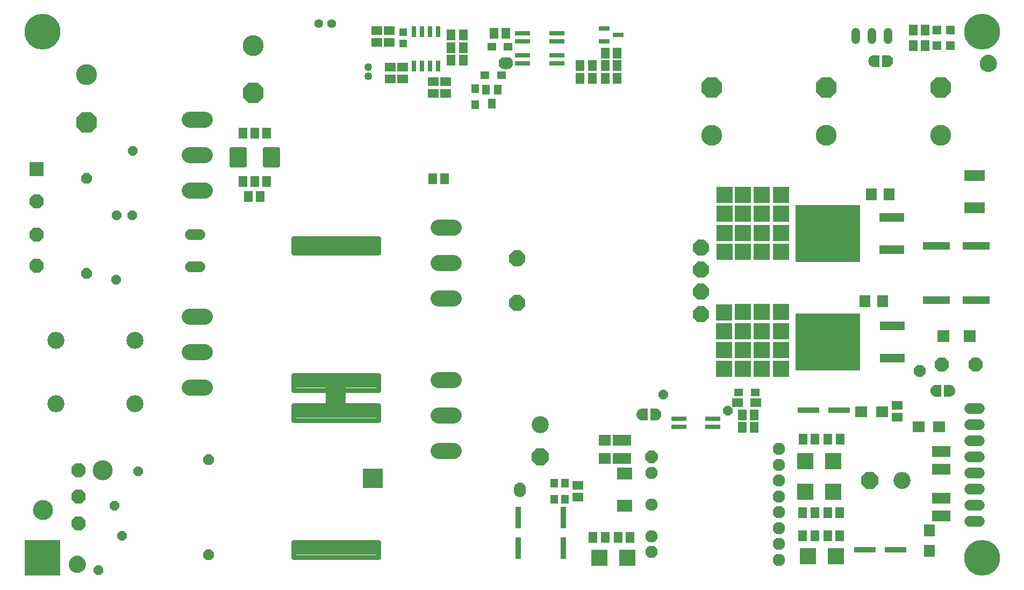
<source format=gts>
G75*
%MOIN*%
%OFA0B0*%
%FSLAX25Y25*%
%IPPOS*%
%LPD*%
%AMOC8*
5,1,8,0,0,1.08239X$1,22.5*
%
%ADD10C,0.10600*%
%ADD11OC8,0.06600*%
%ADD12OC8,0.08868*%
%ADD13C,0.12411*%
%ADD14OC8,0.06000*%
%ADD15R,0.08868X0.08868*%
%ADD16C,0.00500*%
%ADD17R,0.15167X0.05718*%
%ADD18R,0.40364X0.35639*%
%ADD19R,0.06899X0.07687*%
%ADD20C,0.12962*%
%ADD21OC8,0.12962*%
%ADD22OC8,0.07096*%
%ADD23R,0.05718X0.06506*%
%ADD24R,0.07490X0.06506*%
%ADD25R,0.10049X0.10049*%
%ADD26R,0.13400X0.03600*%
%ADD27R,0.06506X0.07490*%
%ADD28R,0.06506X0.05718*%
%ADD29R,0.09261X0.02962*%
%ADD30R,0.05324X0.05324*%
%ADD31R,0.11230X0.06899*%
%ADD32R,0.09261X0.07687*%
%ADD33R,0.06506X0.05324*%
%ADD34OC8,0.10600*%
%ADD35R,0.04537X0.05324*%
%ADD36C,0.07687*%
%ADD37OC8,0.07687*%
%ADD38R,0.07698X0.06899*%
%ADD39R,0.12600X0.06600*%
%ADD40R,0.16600X0.04900*%
%ADD41R,0.05600X0.06600*%
%ADD42C,0.02650*%
%ADD43R,0.05324X0.04537*%
%ADD44C,0.00100*%
%ADD45R,0.03600X0.13400*%
%ADD46C,0.06600*%
%ADD47R,0.07687X0.07293*%
%ADD48R,0.04537X0.04931*%
%ADD49R,0.04537X0.06112*%
%ADD50C,0.04931*%
%ADD51R,0.02962X0.06702*%
%ADD52C,0.05400*%
%ADD53C,0.09899*%
%ADD54C,0.03103*%
%ADD55OC8,0.09899*%
%ADD56R,0.06600X0.02800*%
%ADD57C,0.05600*%
%ADD58R,0.22254X0.22254*%
%ADD59C,0.22254*%
%ADD60R,0.04562X0.04562*%
D10*
X0051763Y0122506D03*
X0100975Y0122506D03*
X0100975Y0161876D03*
X0051763Y0161876D03*
X0352227Y0109343D03*
X0576727Y0074843D03*
D11*
X0146735Y0087694D03*
X0146735Y0028694D03*
X0070769Y0203491D03*
X0070769Y0262491D03*
D12*
X0039963Y0248020D03*
X0039963Y0227520D03*
X0039963Y0208020D03*
X0065771Y0081183D03*
X0065771Y0064648D03*
X0065771Y0048112D03*
X0601097Y0146843D03*
X0622357Y0146843D03*
D13*
X0080928Y0081183D03*
X0043920Y0056380D03*
D14*
X0088278Y0059085D03*
X0092926Y0040350D03*
X0078278Y0019085D03*
X0102926Y0080350D03*
X0089227Y0199593D03*
X0089477Y0239593D03*
X0099227Y0239593D03*
X0099477Y0279593D03*
X0428727Y0128093D03*
X0468727Y0118093D03*
D15*
X0039963Y0268020D03*
D16*
X0064292Y0027609D02*
X0063450Y0027384D01*
X0062660Y0027015D01*
X0061946Y0026515D01*
X0061330Y0025899D01*
X0060830Y0025185D01*
X0060462Y0024395D01*
X0060236Y0023553D01*
X0060160Y0022685D01*
X0060236Y0021817D01*
X0060462Y0020975D01*
X0060830Y0020185D01*
X0061330Y0019471D01*
X0061946Y0018855D01*
X0062660Y0018355D01*
X0063450Y0017987D01*
X0064292Y0017761D01*
X0065160Y0017685D01*
X0066028Y0017761D01*
X0066870Y0017987D01*
X0067660Y0018355D01*
X0068374Y0018855D01*
X0068990Y0019471D01*
X0069490Y0020185D01*
X0069859Y0020975D01*
X0070084Y0021817D01*
X0070160Y0022685D01*
X0070084Y0023553D01*
X0069859Y0024395D01*
X0069490Y0025185D01*
X0068990Y0025899D01*
X0068374Y0026515D01*
X0067660Y0027015D01*
X0066870Y0027384D01*
X0066028Y0027609D01*
X0065160Y0027685D01*
X0064292Y0027609D01*
X0063270Y0027299D02*
X0067051Y0027299D01*
X0067966Y0026801D02*
X0062354Y0026801D01*
X0061733Y0026302D02*
X0068587Y0026302D01*
X0069057Y0025804D02*
X0061263Y0025804D01*
X0060914Y0025305D02*
X0069406Y0025305D01*
X0069667Y0024807D02*
X0060654Y0024807D01*
X0060438Y0024308D02*
X0069882Y0024308D01*
X0070015Y0023810D02*
X0060305Y0023810D01*
X0060215Y0023311D02*
X0070105Y0023311D01*
X0070149Y0022813D02*
X0060171Y0022813D01*
X0060193Y0022314D02*
X0070128Y0022314D01*
X0070084Y0021816D02*
X0060236Y0021816D01*
X0060370Y0021317D02*
X0069950Y0021317D01*
X0069786Y0020819D02*
X0060534Y0020819D01*
X0060767Y0020320D02*
X0069553Y0020320D01*
X0069236Y0019822D02*
X0061084Y0019822D01*
X0061478Y0019323D02*
X0068842Y0019323D01*
X0068331Y0018825D02*
X0061989Y0018825D01*
X0062722Y0018326D02*
X0067598Y0018326D01*
X0066277Y0017828D02*
X0064043Y0017828D01*
X0625791Y0331209D02*
X0625422Y0331999D01*
X0625197Y0332840D01*
X0625121Y0333709D01*
X0625197Y0334577D01*
X0625422Y0335419D01*
X0625791Y0336209D01*
X0626291Y0336923D01*
X0626907Y0337539D01*
X0627621Y0338039D01*
X0628411Y0338407D01*
X0629252Y0338633D01*
X0630121Y0338709D01*
X0630989Y0338633D01*
X0631831Y0338407D01*
X0632621Y0338039D01*
X0633335Y0337539D01*
X0633951Y0336923D01*
X0634451Y0336209D01*
X0634819Y0335419D01*
X0635045Y0334577D01*
X0635121Y0333709D01*
X0635045Y0332840D01*
X0634819Y0331999D01*
X0634451Y0331209D01*
X0633951Y0330495D01*
X0633335Y0329878D01*
X0632621Y0329379D01*
X0631831Y0329010D01*
X0630989Y0328785D01*
X0630121Y0328709D01*
X0629252Y0328785D01*
X0628411Y0329010D01*
X0627621Y0329379D01*
X0626907Y0329878D01*
X0626291Y0330495D01*
X0625791Y0331209D01*
X0625705Y0331391D02*
X0634536Y0331391D01*
X0634768Y0331890D02*
X0625473Y0331890D01*
X0625318Y0332388D02*
X0634924Y0332388D01*
X0635049Y0332887D02*
X0625193Y0332887D01*
X0625149Y0333385D02*
X0635092Y0333385D01*
X0635105Y0333884D02*
X0625136Y0333884D01*
X0625180Y0334382D02*
X0635062Y0334382D01*
X0634963Y0334881D02*
X0625278Y0334881D01*
X0625412Y0335379D02*
X0634830Y0335379D01*
X0634605Y0335878D02*
X0625636Y0335878D01*
X0625908Y0336376D02*
X0634333Y0336376D01*
X0633984Y0336875D02*
X0626257Y0336875D01*
X0626741Y0337373D02*
X0633500Y0337373D01*
X0632859Y0337872D02*
X0627382Y0337872D01*
X0628332Y0338370D02*
X0631910Y0338370D01*
X0634230Y0330893D02*
X0626012Y0330893D01*
X0626391Y0330394D02*
X0633850Y0330394D01*
X0633352Y0329896D02*
X0626890Y0329896D01*
X0627594Y0329397D02*
X0632647Y0329397D01*
X0631415Y0328899D02*
X0628827Y0328899D01*
D17*
X0570211Y0238093D03*
X0570211Y0218093D03*
X0570461Y0170843D03*
X0570461Y0150843D03*
D18*
X0530698Y0160843D03*
X0530448Y0228093D03*
D19*
X0557465Y0252343D03*
X0568489Y0252343D03*
X0564739Y0186093D03*
X0553715Y0186093D03*
D20*
X0529477Y0289079D03*
X0458477Y0289079D03*
X0600477Y0289079D03*
X0174227Y0344856D03*
X0070977Y0326606D03*
D21*
X0070977Y0297079D03*
X0174227Y0315329D03*
X0458477Y0318606D03*
X0529477Y0318606D03*
X0600477Y0318606D03*
D22*
X0587477Y0142843D03*
D23*
X0538217Y0100593D03*
X0530737Y0100593D03*
X0522717Y0100593D03*
X0515237Y0100593D03*
X0484967Y0107843D03*
X0477487Y0107843D03*
X0477487Y0115593D03*
X0484967Y0115593D03*
X0514987Y0054843D03*
X0522467Y0054843D03*
X0530487Y0054843D03*
X0537967Y0054843D03*
X0537967Y0040343D03*
X0530487Y0040343D03*
X0522467Y0040343D03*
X0514987Y0040343D03*
X0407967Y0039343D03*
X0400487Y0039343D03*
X0392467Y0039343D03*
X0384987Y0039343D03*
X0178717Y0251193D03*
X0171237Y0251193D03*
X0285487Y0262093D03*
X0292967Y0262093D03*
X0376987Y0324593D03*
X0384467Y0324593D03*
X0384467Y0332343D03*
X0376987Y0332343D03*
X0392487Y0332343D03*
X0399967Y0332343D03*
X0399967Y0340093D03*
X0392487Y0340093D03*
X0392487Y0324593D03*
X0399967Y0324593D03*
X0330967Y0352343D03*
X0323487Y0352343D03*
X0304467Y0351343D03*
X0296987Y0351343D03*
X0296987Y0343593D03*
X0304467Y0343593D03*
X0304467Y0335843D03*
X0296987Y0335843D03*
X0583487Y0344843D03*
X0590967Y0344843D03*
X0590967Y0354593D03*
X0583487Y0354593D03*
D24*
X0564125Y0117343D03*
X0551325Y0117343D03*
X0586825Y0108093D03*
X0599625Y0108093D03*
D25*
X0533888Y0086843D03*
X0516566Y0086843D03*
X0516566Y0067843D03*
X0533888Y0067843D03*
X0535638Y0027843D03*
X0518316Y0027843D03*
X0406388Y0026843D03*
X0389066Y0026843D03*
X0466227Y0144093D03*
X0477977Y0144093D03*
X0489727Y0144093D03*
X0501477Y0144093D03*
X0501477Y0155843D03*
X0489727Y0155843D03*
X0477977Y0155843D03*
X0466227Y0155843D03*
X0466227Y0167593D03*
X0477977Y0167593D03*
X0489727Y0167593D03*
X0501477Y0167593D03*
X0501477Y0179343D03*
X0489727Y0179343D03*
X0477977Y0179343D03*
X0466227Y0179093D03*
X0466477Y0216843D03*
X0477977Y0216843D03*
X0489727Y0216843D03*
X0501477Y0216843D03*
X0501477Y0228593D03*
X0489727Y0228593D03*
X0477977Y0228593D03*
X0466477Y0228593D03*
X0466477Y0240343D03*
X0477977Y0240343D03*
X0489727Y0240343D03*
X0501477Y0240343D03*
X0501477Y0252093D03*
X0489727Y0252093D03*
X0477977Y0252093D03*
X0466477Y0252093D03*
D26*
X0518727Y0118593D03*
X0537727Y0118593D03*
X0553477Y0031843D03*
X0572477Y0031843D03*
D27*
X0593477Y0030941D03*
X0593477Y0043740D03*
D28*
X0573727Y0114102D03*
X0573727Y0121583D03*
X0375727Y0071833D03*
X0375727Y0064352D03*
X0293727Y0315102D03*
X0285977Y0315102D03*
X0285977Y0322583D03*
X0293727Y0322583D03*
X0266977Y0324102D03*
X0259227Y0324102D03*
X0259227Y0331583D03*
X0266977Y0331583D03*
X0258727Y0346602D03*
X0250977Y0346602D03*
X0250977Y0354083D03*
X0258727Y0354083D03*
D29*
X0341347Y0352343D03*
X0341347Y0347343D03*
X0341347Y0338843D03*
X0341347Y0333843D03*
X0362607Y0333843D03*
X0362607Y0338843D03*
X0362607Y0347343D03*
X0362607Y0352343D03*
X0438097Y0113093D03*
X0438097Y0108093D03*
X0459357Y0108093D03*
X0459357Y0113093D03*
D30*
X0598343Y0344843D03*
X0606611Y0344843D03*
X0606611Y0354593D03*
X0598343Y0354593D03*
D31*
X0402977Y0099604D03*
X0402977Y0088581D03*
X0600977Y0092854D03*
X0600977Y0081831D03*
X0600977Y0063854D03*
X0600977Y0052831D03*
D32*
X0404477Y0059053D03*
X0404477Y0079132D03*
D33*
X0474518Y0123093D03*
X0485936Y0123093D03*
D34*
X0556727Y0074843D03*
X0352227Y0089343D03*
D35*
X0360977Y0073211D03*
X0367727Y0073211D03*
X0367727Y0062974D03*
X0360977Y0062974D03*
X0311977Y0307974D03*
X0311977Y0318211D03*
D36*
X0500097Y0094341D03*
X0500097Y0084499D03*
X0500097Y0074656D03*
X0500097Y0064814D03*
X0500097Y0054971D03*
X0500097Y0045129D03*
X0500097Y0035286D03*
X0500097Y0025444D03*
X0421357Y0030365D03*
X0421357Y0040207D03*
X0421357Y0059893D03*
X0421357Y0079578D03*
D37*
X0421357Y0089420D03*
D38*
X0392227Y0088494D03*
X0392227Y0099691D03*
D39*
X0621727Y0244193D03*
X0621727Y0263993D03*
D40*
X0622527Y0220343D03*
X0597927Y0220343D03*
X0597927Y0186843D03*
X0622527Y0186843D03*
D41*
X0182527Y0260343D03*
X0175227Y0260343D03*
X0167927Y0260343D03*
X0167927Y0290343D03*
X0175227Y0290343D03*
X0182527Y0290343D03*
D42*
X0181552Y0270368D02*
X0189502Y0270368D01*
X0181552Y0270368D02*
X0181552Y0280318D01*
X0189502Y0280318D01*
X0189502Y0270368D01*
X0189502Y0273017D02*
X0181552Y0273017D01*
X0181552Y0275666D02*
X0189502Y0275666D01*
X0189502Y0278315D02*
X0181552Y0278315D01*
X0168902Y0270368D02*
X0160952Y0270368D01*
X0160952Y0280318D01*
X0168902Y0280318D01*
X0168902Y0270368D01*
X0168902Y0273017D02*
X0160952Y0273017D01*
X0160952Y0275666D02*
X0168902Y0275666D01*
X0168902Y0278315D02*
X0160952Y0278315D01*
D43*
X0317859Y0326593D03*
X0328095Y0326593D03*
X0332345Y0344093D03*
X0322109Y0344093D03*
X0475359Y0129593D03*
X0485595Y0129593D03*
D44*
X0426910Y0116525D02*
X0426711Y0117182D01*
X0426387Y0117787D01*
X0425952Y0118317D01*
X0425422Y0118753D01*
X0424816Y0119076D01*
X0424160Y0119275D01*
X0423477Y0119343D01*
X0420477Y0119343D01*
X0420477Y0112343D01*
X0423477Y0112343D01*
X0424160Y0112410D01*
X0424816Y0112609D01*
X0425422Y0112932D01*
X0425952Y0113368D01*
X0426387Y0113898D01*
X0426711Y0114503D01*
X0426910Y0115160D01*
X0426977Y0115843D01*
X0426910Y0116525D01*
X0426915Y0116476D02*
X0420477Y0116476D01*
X0420477Y0116378D02*
X0426924Y0116378D01*
X0426934Y0116279D02*
X0420477Y0116279D01*
X0420477Y0116181D02*
X0426944Y0116181D01*
X0426953Y0116082D02*
X0420477Y0116082D01*
X0420477Y0115984D02*
X0426963Y0115984D01*
X0426973Y0115885D02*
X0420477Y0115885D01*
X0420477Y0115787D02*
X0426972Y0115787D01*
X0426962Y0115688D02*
X0420477Y0115688D01*
X0420477Y0115590D02*
X0426952Y0115590D01*
X0426942Y0115491D02*
X0420477Y0115491D01*
X0420477Y0115393D02*
X0426933Y0115393D01*
X0426923Y0115294D02*
X0420477Y0115294D01*
X0420477Y0115196D02*
X0426913Y0115196D01*
X0426891Y0115097D02*
X0420477Y0115097D01*
X0420477Y0114999D02*
X0426861Y0114999D01*
X0426831Y0114900D02*
X0420477Y0114900D01*
X0420477Y0114802D02*
X0426801Y0114802D01*
X0426771Y0114703D02*
X0420477Y0114703D01*
X0420477Y0114605D02*
X0426741Y0114605D01*
X0426712Y0114506D02*
X0420477Y0114506D01*
X0420477Y0114408D02*
X0426660Y0114408D01*
X0426607Y0114309D02*
X0420477Y0114309D01*
X0420477Y0114211D02*
X0426554Y0114211D01*
X0426502Y0114112D02*
X0420477Y0114112D01*
X0420477Y0114014D02*
X0426449Y0114014D01*
X0426396Y0113915D02*
X0420477Y0113915D01*
X0420477Y0113817D02*
X0426320Y0113817D01*
X0426240Y0113718D02*
X0420477Y0113718D01*
X0420477Y0113620D02*
X0426159Y0113620D01*
X0426078Y0113521D02*
X0420477Y0113521D01*
X0420477Y0113423D02*
X0425997Y0113423D01*
X0425899Y0113324D02*
X0420477Y0113324D01*
X0420477Y0113226D02*
X0425779Y0113226D01*
X0425659Y0113127D02*
X0420477Y0113127D01*
X0420477Y0113029D02*
X0425539Y0113029D01*
X0425417Y0112930D02*
X0420477Y0112930D01*
X0420477Y0112832D02*
X0425233Y0112832D01*
X0425048Y0112733D02*
X0420477Y0112733D01*
X0420477Y0112634D02*
X0424864Y0112634D01*
X0424576Y0112536D02*
X0420477Y0112536D01*
X0420477Y0112437D02*
X0424251Y0112437D01*
X0426895Y0116575D02*
X0420477Y0116575D01*
X0420477Y0116673D02*
X0426865Y0116673D01*
X0426835Y0116772D02*
X0420477Y0116772D01*
X0420477Y0116870D02*
X0426805Y0116870D01*
X0426775Y0116969D02*
X0420477Y0116969D01*
X0420477Y0117067D02*
X0426745Y0117067D01*
X0426715Y0117166D02*
X0420477Y0117166D01*
X0420477Y0117265D02*
X0426666Y0117265D01*
X0426614Y0117363D02*
X0420477Y0117363D01*
X0420477Y0117462D02*
X0426561Y0117462D01*
X0426508Y0117560D02*
X0420477Y0117560D01*
X0420477Y0117659D02*
X0426456Y0117659D01*
X0426403Y0117757D02*
X0420477Y0117757D01*
X0420477Y0117856D02*
X0426331Y0117856D01*
X0426250Y0117954D02*
X0420477Y0117954D01*
X0420477Y0118053D02*
X0426169Y0118053D01*
X0426088Y0118151D02*
X0420477Y0118151D01*
X0420477Y0118250D02*
X0426008Y0118250D01*
X0425914Y0118348D02*
X0420477Y0118348D01*
X0420477Y0118447D02*
X0425794Y0118447D01*
X0425674Y0118545D02*
X0420477Y0118545D01*
X0420477Y0118644D02*
X0425554Y0118644D01*
X0425434Y0118742D02*
X0420477Y0118742D01*
X0420477Y0118841D02*
X0425257Y0118841D01*
X0425073Y0118939D02*
X0420477Y0118939D01*
X0420477Y0119038D02*
X0424888Y0119038D01*
X0424618Y0119136D02*
X0420477Y0119136D01*
X0420477Y0119235D02*
X0424293Y0119235D01*
X0423571Y0119333D02*
X0420477Y0119333D01*
X0418477Y0119333D02*
X0415383Y0119333D01*
X0415477Y0119343D02*
X0414794Y0119275D01*
X0414138Y0119076D01*
X0413533Y0118753D01*
X0413002Y0118317D01*
X0412567Y0117787D01*
X0412243Y0117182D01*
X0412044Y0116525D01*
X0411977Y0115843D01*
X0412044Y0115160D01*
X0412243Y0114503D01*
X0412567Y0113898D01*
X0413002Y0113368D01*
X0413533Y0112932D01*
X0414138Y0112609D01*
X0414794Y0112410D01*
X0415477Y0112343D01*
X0418477Y0112343D01*
X0418477Y0119343D01*
X0415477Y0119343D01*
X0414661Y0119235D02*
X0418477Y0119235D01*
X0418477Y0119136D02*
X0414336Y0119136D01*
X0414066Y0119038D02*
X0418477Y0119038D01*
X0418477Y0118939D02*
X0413882Y0118939D01*
X0413697Y0118841D02*
X0418477Y0118841D01*
X0418477Y0118742D02*
X0413520Y0118742D01*
X0413400Y0118644D02*
X0418477Y0118644D01*
X0418477Y0118545D02*
X0413280Y0118545D01*
X0413160Y0118447D02*
X0418477Y0118447D01*
X0418477Y0118348D02*
X0413040Y0118348D01*
X0412947Y0118250D02*
X0418477Y0118250D01*
X0418477Y0118151D02*
X0412866Y0118151D01*
X0412785Y0118053D02*
X0418477Y0118053D01*
X0418477Y0117954D02*
X0412704Y0117954D01*
X0412623Y0117856D02*
X0418477Y0117856D01*
X0418477Y0117757D02*
X0412551Y0117757D01*
X0412498Y0117659D02*
X0418477Y0117659D01*
X0418477Y0117560D02*
X0412446Y0117560D01*
X0412393Y0117462D02*
X0418477Y0117462D01*
X0418477Y0117363D02*
X0412340Y0117363D01*
X0412288Y0117265D02*
X0418477Y0117265D01*
X0418477Y0117166D02*
X0412239Y0117166D01*
X0412209Y0117067D02*
X0418477Y0117067D01*
X0418477Y0116969D02*
X0412179Y0116969D01*
X0412149Y0116870D02*
X0418477Y0116870D01*
X0418477Y0116772D02*
X0412119Y0116772D01*
X0412089Y0116673D02*
X0418477Y0116673D01*
X0418477Y0116575D02*
X0412059Y0116575D01*
X0412039Y0116476D02*
X0418477Y0116476D01*
X0418477Y0116378D02*
X0412030Y0116378D01*
X0412020Y0116279D02*
X0418477Y0116279D01*
X0418477Y0116181D02*
X0412010Y0116181D01*
X0412001Y0116082D02*
X0418477Y0116082D01*
X0418477Y0115984D02*
X0411991Y0115984D01*
X0411981Y0115885D02*
X0418477Y0115885D01*
X0418477Y0115787D02*
X0411983Y0115787D01*
X0411992Y0115688D02*
X0418477Y0115688D01*
X0418477Y0115590D02*
X0412002Y0115590D01*
X0412012Y0115491D02*
X0418477Y0115491D01*
X0418477Y0115393D02*
X0412021Y0115393D01*
X0412031Y0115294D02*
X0418477Y0115294D01*
X0418477Y0115196D02*
X0412041Y0115196D01*
X0412063Y0115097D02*
X0418477Y0115097D01*
X0418477Y0114999D02*
X0412093Y0114999D01*
X0412123Y0114900D02*
X0418477Y0114900D01*
X0418477Y0114802D02*
X0412153Y0114802D01*
X0412183Y0114703D02*
X0418477Y0114703D01*
X0418477Y0114605D02*
X0412213Y0114605D01*
X0412243Y0114506D02*
X0418477Y0114506D01*
X0418477Y0114408D02*
X0412294Y0114408D01*
X0412347Y0114309D02*
X0418477Y0114309D01*
X0418477Y0114211D02*
X0412400Y0114211D01*
X0412452Y0114112D02*
X0418477Y0114112D01*
X0418477Y0114014D02*
X0412505Y0114014D01*
X0412558Y0113915D02*
X0418477Y0113915D01*
X0418477Y0113817D02*
X0412634Y0113817D01*
X0412715Y0113718D02*
X0418477Y0113718D01*
X0418477Y0113620D02*
X0412795Y0113620D01*
X0412876Y0113521D02*
X0418477Y0113521D01*
X0418477Y0113423D02*
X0412957Y0113423D01*
X0413055Y0113324D02*
X0418477Y0113324D01*
X0418477Y0113226D02*
X0413175Y0113226D01*
X0413295Y0113127D02*
X0418477Y0113127D01*
X0418477Y0113029D02*
X0413415Y0113029D01*
X0413537Y0112930D02*
X0418477Y0112930D01*
X0418477Y0112832D02*
X0413721Y0112832D01*
X0413906Y0112733D02*
X0418477Y0112733D01*
X0418477Y0112634D02*
X0414090Y0112634D01*
X0414378Y0112536D02*
X0418477Y0112536D01*
X0418477Y0112437D02*
X0414703Y0112437D01*
X0342387Y0071787D02*
X0342711Y0071182D01*
X0342910Y0070525D01*
X0342977Y0069843D01*
X0342977Y0069093D01*
X0335977Y0069093D01*
X0335977Y0069843D01*
X0336044Y0070525D01*
X0336243Y0071182D01*
X0336567Y0071787D01*
X0337002Y0072317D01*
X0337533Y0072753D01*
X0338138Y0073076D01*
X0338794Y0073275D01*
X0339477Y0073343D01*
X0340160Y0073275D01*
X0340816Y0073076D01*
X0341422Y0072753D01*
X0341952Y0072317D01*
X0342387Y0071787D01*
X0342406Y0071752D02*
X0336548Y0071752D01*
X0336496Y0071654D02*
X0342458Y0071654D01*
X0342511Y0071555D02*
X0336443Y0071555D01*
X0336390Y0071457D02*
X0342564Y0071457D01*
X0342616Y0071358D02*
X0336338Y0071358D01*
X0336285Y0071260D02*
X0342669Y0071260D01*
X0342717Y0071161D02*
X0336237Y0071161D01*
X0336207Y0071063D02*
X0342747Y0071063D01*
X0342777Y0070964D02*
X0336177Y0070964D01*
X0336148Y0070866D02*
X0342807Y0070866D01*
X0342836Y0070767D02*
X0336118Y0070767D01*
X0336088Y0070669D02*
X0342866Y0070669D01*
X0342896Y0070570D02*
X0336058Y0070570D01*
X0336039Y0070472D02*
X0342915Y0070472D01*
X0342925Y0070373D02*
X0336029Y0070373D01*
X0336020Y0070275D02*
X0342934Y0070275D01*
X0342944Y0070176D02*
X0336010Y0070176D01*
X0336000Y0070078D02*
X0342954Y0070078D01*
X0342964Y0069979D02*
X0335990Y0069979D01*
X0335981Y0069881D02*
X0342973Y0069881D01*
X0342977Y0069782D02*
X0335977Y0069782D01*
X0335977Y0069684D02*
X0342977Y0069684D01*
X0342977Y0069585D02*
X0335977Y0069585D01*
X0335977Y0069487D02*
X0342977Y0069487D01*
X0342977Y0069388D02*
X0335977Y0069388D01*
X0335977Y0069290D02*
X0342977Y0069290D01*
X0342977Y0069191D02*
X0335977Y0069191D01*
X0335977Y0069093D02*
X0342977Y0069093D01*
X0342977Y0068343D01*
X0342910Y0067660D01*
X0342711Y0067003D01*
X0342387Y0066398D01*
X0341952Y0065868D01*
X0341422Y0065432D01*
X0340816Y0065109D01*
X0340160Y0064910D01*
X0339477Y0064843D01*
X0338794Y0064910D01*
X0338138Y0065109D01*
X0337533Y0065432D01*
X0337002Y0065868D01*
X0336567Y0066398D01*
X0336243Y0067003D01*
X0336044Y0067660D01*
X0335977Y0068343D01*
X0335977Y0069093D01*
X0335977Y0069092D02*
X0342977Y0069092D01*
X0342977Y0068994D02*
X0335977Y0068994D01*
X0335977Y0068895D02*
X0342977Y0068895D01*
X0342977Y0068797D02*
X0335977Y0068797D01*
X0335977Y0068698D02*
X0342977Y0068698D01*
X0342977Y0068600D02*
X0335977Y0068600D01*
X0335977Y0068501D02*
X0342977Y0068501D01*
X0342977Y0068403D02*
X0335977Y0068403D01*
X0335981Y0068304D02*
X0342973Y0068304D01*
X0342964Y0068206D02*
X0335990Y0068206D01*
X0336000Y0068107D02*
X0342954Y0068107D01*
X0342944Y0068009D02*
X0336010Y0068009D01*
X0336020Y0067910D02*
X0342934Y0067910D01*
X0342925Y0067812D02*
X0336029Y0067812D01*
X0336039Y0067713D02*
X0342915Y0067713D01*
X0342896Y0067615D02*
X0336058Y0067615D01*
X0336088Y0067516D02*
X0342866Y0067516D01*
X0342836Y0067418D02*
X0336118Y0067418D01*
X0336148Y0067319D02*
X0342807Y0067319D01*
X0342777Y0067221D02*
X0336177Y0067221D01*
X0336207Y0067122D02*
X0342747Y0067122D01*
X0342717Y0067024D02*
X0336237Y0067024D01*
X0336285Y0066925D02*
X0342669Y0066925D01*
X0342616Y0066827D02*
X0336338Y0066827D01*
X0336390Y0066728D02*
X0342564Y0066728D01*
X0342511Y0066630D02*
X0336443Y0066630D01*
X0336496Y0066531D02*
X0342458Y0066531D01*
X0342406Y0066433D02*
X0336548Y0066433D01*
X0336619Y0066334D02*
X0342335Y0066334D01*
X0342254Y0066236D02*
X0336700Y0066236D01*
X0336781Y0066137D02*
X0342173Y0066137D01*
X0342092Y0066039D02*
X0336862Y0066039D01*
X0336943Y0065940D02*
X0342011Y0065940D01*
X0341920Y0065842D02*
X0337034Y0065842D01*
X0337154Y0065743D02*
X0341800Y0065743D01*
X0341680Y0065645D02*
X0337274Y0065645D01*
X0337394Y0065546D02*
X0341560Y0065546D01*
X0341440Y0065448D02*
X0337514Y0065448D01*
X0337688Y0065349D02*
X0341266Y0065349D01*
X0341081Y0065251D02*
X0337873Y0065251D01*
X0338057Y0065152D02*
X0340897Y0065152D01*
X0340634Y0065054D02*
X0338320Y0065054D01*
X0338645Y0064955D02*
X0340309Y0064955D01*
X0339619Y0064856D02*
X0339335Y0064856D01*
X0336619Y0071851D02*
X0342335Y0071851D01*
X0342254Y0071949D02*
X0336700Y0071949D01*
X0336781Y0072048D02*
X0342173Y0072048D01*
X0342092Y0072146D02*
X0336862Y0072146D01*
X0336943Y0072245D02*
X0342011Y0072245D01*
X0341920Y0072343D02*
X0337034Y0072343D01*
X0337154Y0072442D02*
X0341800Y0072442D01*
X0341680Y0072540D02*
X0337274Y0072540D01*
X0337394Y0072639D02*
X0341560Y0072639D01*
X0341440Y0072737D02*
X0337514Y0072737D01*
X0337688Y0072836D02*
X0341266Y0072836D01*
X0341081Y0072934D02*
X0337873Y0072934D01*
X0338057Y0073033D02*
X0340897Y0073033D01*
X0340634Y0073131D02*
X0338320Y0073131D01*
X0338645Y0073230D02*
X0340309Y0073230D01*
X0339620Y0073328D02*
X0339334Y0073328D01*
X0594294Y0129910D02*
X0594493Y0129253D01*
X0594817Y0128648D01*
X0595252Y0128118D01*
X0595783Y0127682D01*
X0596388Y0127359D01*
X0597044Y0127160D01*
X0597727Y0127093D01*
X0600727Y0127093D01*
X0600727Y0134093D01*
X0597727Y0134093D01*
X0597044Y0134025D01*
X0596388Y0133826D01*
X0595783Y0133503D01*
X0595252Y0133067D01*
X0594817Y0132537D01*
X0594493Y0131932D01*
X0594294Y0131275D01*
X0594227Y0130593D01*
X0594294Y0129910D01*
X0594305Y0129874D02*
X0600727Y0129874D01*
X0600727Y0129972D02*
X0594288Y0129972D01*
X0594278Y0130071D02*
X0600727Y0130071D01*
X0600727Y0130170D02*
X0594269Y0130170D01*
X0594259Y0130268D02*
X0600727Y0130268D01*
X0600727Y0130367D02*
X0594249Y0130367D01*
X0594240Y0130465D02*
X0600727Y0130465D01*
X0600727Y0130564D02*
X0594230Y0130564D01*
X0594234Y0130662D02*
X0600727Y0130662D01*
X0600727Y0130761D02*
X0594244Y0130761D01*
X0594253Y0130859D02*
X0600727Y0130859D01*
X0600727Y0130958D02*
X0594263Y0130958D01*
X0594273Y0131056D02*
X0600727Y0131056D01*
X0600727Y0131155D02*
X0594282Y0131155D01*
X0594292Y0131253D02*
X0600727Y0131253D01*
X0600727Y0131352D02*
X0594317Y0131352D01*
X0594347Y0131450D02*
X0600727Y0131450D01*
X0600727Y0131549D02*
X0594377Y0131549D01*
X0594407Y0131647D02*
X0600727Y0131647D01*
X0600727Y0131746D02*
X0594437Y0131746D01*
X0594467Y0131844D02*
X0600727Y0131844D01*
X0600727Y0131943D02*
X0594499Y0131943D01*
X0594552Y0132041D02*
X0600727Y0132041D01*
X0600727Y0132140D02*
X0594605Y0132140D01*
X0594657Y0132238D02*
X0600727Y0132238D01*
X0600727Y0132337D02*
X0594710Y0132337D01*
X0594763Y0132435D02*
X0600727Y0132435D01*
X0600727Y0132534D02*
X0594815Y0132534D01*
X0594895Y0132632D02*
X0600727Y0132632D01*
X0600727Y0132731D02*
X0594976Y0132731D01*
X0595057Y0132829D02*
X0600727Y0132829D01*
X0600727Y0132928D02*
X0595138Y0132928D01*
X0595218Y0133026D02*
X0600727Y0133026D01*
X0600727Y0133125D02*
X0595322Y0133125D01*
X0595442Y0133223D02*
X0600727Y0133223D01*
X0600727Y0133322D02*
X0595562Y0133322D01*
X0595682Y0133420D02*
X0600727Y0133420D01*
X0600727Y0133519D02*
X0595813Y0133519D01*
X0595997Y0133617D02*
X0600727Y0133617D01*
X0600727Y0133716D02*
X0596181Y0133716D01*
X0596366Y0133814D02*
X0600727Y0133814D01*
X0600727Y0133913D02*
X0596674Y0133913D01*
X0596999Y0134011D02*
X0600727Y0134011D01*
X0602727Y0134011D02*
X0606455Y0134011D01*
X0606410Y0134025D02*
X0605727Y0134093D01*
X0602727Y0134093D01*
X0602727Y0127093D01*
X0605727Y0127093D01*
X0606410Y0127160D01*
X0607066Y0127359D01*
X0607672Y0127682D01*
X0608202Y0128118D01*
X0608637Y0128648D01*
X0608961Y0129253D01*
X0609160Y0129910D01*
X0609227Y0130593D01*
X0609160Y0131275D01*
X0608961Y0131932D01*
X0608637Y0132537D01*
X0608202Y0133067D01*
X0607672Y0133503D01*
X0607066Y0133826D01*
X0606410Y0134025D01*
X0606780Y0133913D02*
X0602727Y0133913D01*
X0602727Y0133814D02*
X0607088Y0133814D01*
X0607273Y0133716D02*
X0602727Y0133716D01*
X0602727Y0133617D02*
X0607457Y0133617D01*
X0607641Y0133519D02*
X0602727Y0133519D01*
X0602727Y0133420D02*
X0607772Y0133420D01*
X0607892Y0133322D02*
X0602727Y0133322D01*
X0602727Y0133223D02*
X0608012Y0133223D01*
X0608132Y0133125D02*
X0602727Y0133125D01*
X0602727Y0133026D02*
X0608236Y0133026D01*
X0608316Y0132928D02*
X0602727Y0132928D01*
X0602727Y0132829D02*
X0608397Y0132829D01*
X0608478Y0132731D02*
X0602727Y0132731D01*
X0602727Y0132632D02*
X0608559Y0132632D01*
X0608639Y0132534D02*
X0602727Y0132534D01*
X0602727Y0132435D02*
X0608692Y0132435D01*
X0608744Y0132337D02*
X0602727Y0132337D01*
X0602727Y0132238D02*
X0608797Y0132238D01*
X0608850Y0132140D02*
X0602727Y0132140D01*
X0602727Y0132041D02*
X0608902Y0132041D01*
X0608955Y0131943D02*
X0602727Y0131943D01*
X0602727Y0131844D02*
X0608987Y0131844D01*
X0609017Y0131746D02*
X0602727Y0131746D01*
X0602727Y0131647D02*
X0609047Y0131647D01*
X0609077Y0131549D02*
X0602727Y0131549D01*
X0602727Y0131450D02*
X0609107Y0131450D01*
X0609137Y0131352D02*
X0602727Y0131352D01*
X0602727Y0131253D02*
X0609162Y0131253D01*
X0609172Y0131155D02*
X0602727Y0131155D01*
X0602727Y0131056D02*
X0609181Y0131056D01*
X0609191Y0130958D02*
X0602727Y0130958D01*
X0602727Y0130859D02*
X0609201Y0130859D01*
X0609210Y0130761D02*
X0602727Y0130761D01*
X0602727Y0130662D02*
X0609220Y0130662D01*
X0609224Y0130564D02*
X0602727Y0130564D01*
X0602727Y0130465D02*
X0609214Y0130465D01*
X0609205Y0130367D02*
X0602727Y0130367D01*
X0602727Y0130268D02*
X0609195Y0130268D01*
X0609185Y0130170D02*
X0602727Y0130170D01*
X0602727Y0130071D02*
X0609176Y0130071D01*
X0609166Y0129972D02*
X0602727Y0129972D01*
X0602727Y0129874D02*
X0609149Y0129874D01*
X0609119Y0129775D02*
X0602727Y0129775D01*
X0602727Y0129677D02*
X0609089Y0129677D01*
X0609059Y0129578D02*
X0602727Y0129578D01*
X0602727Y0129480D02*
X0609029Y0129480D01*
X0609000Y0129381D02*
X0602727Y0129381D01*
X0602727Y0129283D02*
X0608970Y0129283D01*
X0608924Y0129184D02*
X0602727Y0129184D01*
X0602727Y0129086D02*
X0608871Y0129086D01*
X0608819Y0128987D02*
X0602727Y0128987D01*
X0602727Y0128889D02*
X0608766Y0128889D01*
X0608713Y0128790D02*
X0602727Y0128790D01*
X0602727Y0128692D02*
X0608661Y0128692D01*
X0608592Y0128593D02*
X0602727Y0128593D01*
X0602727Y0128495D02*
X0608511Y0128495D01*
X0608431Y0128396D02*
X0602727Y0128396D01*
X0602727Y0128298D02*
X0608350Y0128298D01*
X0608269Y0128199D02*
X0602727Y0128199D01*
X0602727Y0128101D02*
X0608181Y0128101D01*
X0608061Y0128002D02*
X0602727Y0128002D01*
X0602727Y0127904D02*
X0607941Y0127904D01*
X0607821Y0127805D02*
X0602727Y0127805D01*
X0602727Y0127707D02*
X0607701Y0127707D01*
X0607533Y0127608D02*
X0602727Y0127608D01*
X0602727Y0127510D02*
X0607348Y0127510D01*
X0607164Y0127411D02*
X0602727Y0127411D01*
X0602727Y0127313D02*
X0606914Y0127313D01*
X0606589Y0127214D02*
X0602727Y0127214D01*
X0602727Y0127116D02*
X0605962Y0127116D01*
X0600727Y0127116D02*
X0597492Y0127116D01*
X0596865Y0127214D02*
X0600727Y0127214D01*
X0600727Y0127313D02*
X0596540Y0127313D01*
X0596290Y0127411D02*
X0600727Y0127411D01*
X0600727Y0127510D02*
X0596106Y0127510D01*
X0595921Y0127608D02*
X0600727Y0127608D01*
X0600727Y0127707D02*
X0595753Y0127707D01*
X0595633Y0127805D02*
X0600727Y0127805D01*
X0600727Y0127904D02*
X0595513Y0127904D01*
X0595393Y0128002D02*
X0600727Y0128002D01*
X0600727Y0128101D02*
X0595273Y0128101D01*
X0595185Y0128199D02*
X0600727Y0128199D01*
X0600727Y0128298D02*
X0595104Y0128298D01*
X0595023Y0128396D02*
X0600727Y0128396D01*
X0600727Y0128495D02*
X0594943Y0128495D01*
X0594862Y0128593D02*
X0600727Y0128593D01*
X0600727Y0128692D02*
X0594793Y0128692D01*
X0594741Y0128790D02*
X0600727Y0128790D01*
X0600727Y0128889D02*
X0594688Y0128889D01*
X0594636Y0128987D02*
X0600727Y0128987D01*
X0600727Y0129086D02*
X0594583Y0129086D01*
X0594530Y0129184D02*
X0600727Y0129184D01*
X0600727Y0129283D02*
X0594484Y0129283D01*
X0594455Y0129381D02*
X0600727Y0129381D01*
X0600727Y0129480D02*
X0594425Y0129480D01*
X0594395Y0129578D02*
X0600727Y0129578D01*
X0600727Y0129677D02*
X0594365Y0129677D01*
X0594335Y0129775D02*
X0600727Y0129775D01*
X0567910Y0331910D02*
X0568566Y0332109D01*
X0569172Y0332432D01*
X0569702Y0332868D01*
X0570137Y0333398D01*
X0570461Y0334003D01*
X0570660Y0334660D01*
X0570727Y0335343D01*
X0570660Y0336025D01*
X0570461Y0336682D01*
X0570137Y0337287D01*
X0569702Y0337817D01*
X0569172Y0338253D01*
X0568566Y0338576D01*
X0567910Y0338775D01*
X0567227Y0338843D01*
X0564227Y0338843D01*
X0564227Y0331843D01*
X0567227Y0331843D01*
X0567910Y0331910D01*
X0567946Y0331921D02*
X0564227Y0331921D01*
X0564227Y0332019D02*
X0568271Y0332019D01*
X0568583Y0332118D02*
X0564227Y0332118D01*
X0564227Y0332216D02*
X0568767Y0332216D01*
X0568951Y0332315D02*
X0564227Y0332315D01*
X0564227Y0332413D02*
X0569136Y0332413D01*
X0569268Y0332512D02*
X0564227Y0332512D01*
X0564227Y0332610D02*
X0569388Y0332610D01*
X0569508Y0332709D02*
X0564227Y0332709D01*
X0564227Y0332807D02*
X0569628Y0332807D01*
X0569733Y0332906D02*
X0564227Y0332906D01*
X0564227Y0333004D02*
X0569814Y0333004D01*
X0569895Y0333103D02*
X0564227Y0333103D01*
X0564227Y0333201D02*
X0569976Y0333201D01*
X0570057Y0333300D02*
X0564227Y0333300D01*
X0564227Y0333398D02*
X0570137Y0333398D01*
X0570190Y0333497D02*
X0564227Y0333497D01*
X0564227Y0333595D02*
X0570243Y0333595D01*
X0570295Y0333694D02*
X0564227Y0333694D01*
X0564227Y0333792D02*
X0570348Y0333792D01*
X0570401Y0333891D02*
X0564227Y0333891D01*
X0564227Y0333989D02*
X0570453Y0333989D01*
X0570486Y0334088D02*
X0564227Y0334088D01*
X0564227Y0334186D02*
X0570516Y0334186D01*
X0570546Y0334285D02*
X0564227Y0334285D01*
X0564227Y0334383D02*
X0570576Y0334383D01*
X0570606Y0334482D02*
X0564227Y0334482D01*
X0564227Y0334580D02*
X0570636Y0334580D01*
X0570662Y0334679D02*
X0564227Y0334679D01*
X0564227Y0334778D02*
X0570671Y0334778D01*
X0570681Y0334876D02*
X0564227Y0334876D01*
X0564227Y0334975D02*
X0570691Y0334975D01*
X0570700Y0335073D02*
X0564227Y0335073D01*
X0564227Y0335172D02*
X0570710Y0335172D01*
X0570720Y0335270D02*
X0564227Y0335270D01*
X0564227Y0335369D02*
X0570724Y0335369D01*
X0570715Y0335467D02*
X0564227Y0335467D01*
X0564227Y0335566D02*
X0570705Y0335566D01*
X0570695Y0335664D02*
X0564227Y0335664D01*
X0564227Y0335763D02*
X0570686Y0335763D01*
X0570676Y0335861D02*
X0564227Y0335861D01*
X0564227Y0335960D02*
X0570666Y0335960D01*
X0570650Y0336058D02*
X0564227Y0336058D01*
X0564227Y0336157D02*
X0570620Y0336157D01*
X0570590Y0336255D02*
X0564227Y0336255D01*
X0564227Y0336354D02*
X0570560Y0336354D01*
X0570530Y0336452D02*
X0564227Y0336452D01*
X0564227Y0336551D02*
X0570500Y0336551D01*
X0570471Y0336649D02*
X0564227Y0336649D01*
X0564227Y0336748D02*
X0570425Y0336748D01*
X0570373Y0336846D02*
X0564227Y0336846D01*
X0564227Y0336945D02*
X0570320Y0336945D01*
X0570267Y0337043D02*
X0564227Y0337043D01*
X0564227Y0337142D02*
X0570215Y0337142D01*
X0570162Y0337240D02*
X0564227Y0337240D01*
X0564227Y0337339D02*
X0570095Y0337339D01*
X0570014Y0337437D02*
X0564227Y0337437D01*
X0564227Y0337536D02*
X0569933Y0337536D01*
X0569852Y0337634D02*
X0564227Y0337634D01*
X0564227Y0337733D02*
X0569771Y0337733D01*
X0569685Y0337831D02*
X0564227Y0337831D01*
X0564227Y0337930D02*
X0569565Y0337930D01*
X0569445Y0338028D02*
X0564227Y0338028D01*
X0564227Y0338127D02*
X0569325Y0338127D01*
X0569205Y0338225D02*
X0564227Y0338225D01*
X0564227Y0338324D02*
X0569038Y0338324D01*
X0568854Y0338422D02*
X0564227Y0338422D01*
X0564227Y0338521D02*
X0568670Y0338521D01*
X0568424Y0338619D02*
X0564227Y0338619D01*
X0564227Y0338718D02*
X0568099Y0338718D01*
X0567491Y0338816D02*
X0564227Y0338816D01*
X0562227Y0338816D02*
X0558963Y0338816D01*
X0559227Y0338843D02*
X0558544Y0338775D01*
X0557888Y0338576D01*
X0557283Y0338253D01*
X0556752Y0337817D01*
X0556317Y0337287D01*
X0555993Y0336682D01*
X0555794Y0336025D01*
X0555727Y0335343D01*
X0555794Y0334660D01*
X0555993Y0334003D01*
X0556317Y0333398D01*
X0556752Y0332868D01*
X0557283Y0332432D01*
X0557888Y0332109D01*
X0558544Y0331910D01*
X0559227Y0331843D01*
X0562227Y0331843D01*
X0562227Y0338843D01*
X0559227Y0338843D01*
X0558355Y0338718D02*
X0562227Y0338718D01*
X0562227Y0338619D02*
X0558031Y0338619D01*
X0557784Y0338521D02*
X0562227Y0338521D01*
X0562227Y0338422D02*
X0557600Y0338422D01*
X0557416Y0338324D02*
X0562227Y0338324D01*
X0562227Y0338225D02*
X0557249Y0338225D01*
X0557129Y0338127D02*
X0562227Y0338127D01*
X0562227Y0338028D02*
X0557009Y0338028D01*
X0556889Y0337930D02*
X0562227Y0337930D01*
X0562227Y0337831D02*
X0556769Y0337831D01*
X0556683Y0337733D02*
X0562227Y0337733D01*
X0562227Y0337634D02*
X0556602Y0337634D01*
X0556521Y0337536D02*
X0562227Y0337536D01*
X0562227Y0337437D02*
X0556440Y0337437D01*
X0556359Y0337339D02*
X0562227Y0337339D01*
X0562227Y0337240D02*
X0556292Y0337240D01*
X0556239Y0337142D02*
X0562227Y0337142D01*
X0562227Y0337043D02*
X0556187Y0337043D01*
X0556134Y0336945D02*
X0562227Y0336945D01*
X0562227Y0336846D02*
X0556081Y0336846D01*
X0556029Y0336748D02*
X0562227Y0336748D01*
X0562227Y0336649D02*
X0555984Y0336649D01*
X0555954Y0336551D02*
X0562227Y0336551D01*
X0562227Y0336452D02*
X0555924Y0336452D01*
X0555894Y0336354D02*
X0562227Y0336354D01*
X0562227Y0336255D02*
X0555864Y0336255D01*
X0555834Y0336157D02*
X0562227Y0336157D01*
X0562227Y0336058D02*
X0555804Y0336058D01*
X0555788Y0335960D02*
X0562227Y0335960D01*
X0562227Y0335861D02*
X0555778Y0335861D01*
X0555768Y0335763D02*
X0562227Y0335763D01*
X0562227Y0335664D02*
X0555759Y0335664D01*
X0555749Y0335566D02*
X0562227Y0335566D01*
X0562227Y0335467D02*
X0555739Y0335467D01*
X0555730Y0335369D02*
X0562227Y0335369D01*
X0562227Y0335270D02*
X0555734Y0335270D01*
X0555744Y0335172D02*
X0562227Y0335172D01*
X0562227Y0335073D02*
X0555754Y0335073D01*
X0555763Y0334975D02*
X0562227Y0334975D01*
X0562227Y0334876D02*
X0555773Y0334876D01*
X0555783Y0334778D02*
X0562227Y0334778D01*
X0562227Y0334679D02*
X0555792Y0334679D01*
X0555818Y0334580D02*
X0562227Y0334580D01*
X0562227Y0334482D02*
X0555848Y0334482D01*
X0555878Y0334383D02*
X0562227Y0334383D01*
X0562227Y0334285D02*
X0555908Y0334285D01*
X0555938Y0334186D02*
X0562227Y0334186D01*
X0562227Y0334088D02*
X0555968Y0334088D01*
X0556001Y0333989D02*
X0562227Y0333989D01*
X0562227Y0333891D02*
X0556053Y0333891D01*
X0556106Y0333792D02*
X0562227Y0333792D01*
X0562227Y0333694D02*
X0556159Y0333694D01*
X0556211Y0333595D02*
X0562227Y0333595D01*
X0562227Y0333497D02*
X0556264Y0333497D01*
X0556317Y0333398D02*
X0562227Y0333398D01*
X0562227Y0333300D02*
X0556397Y0333300D01*
X0556478Y0333201D02*
X0562227Y0333201D01*
X0562227Y0333103D02*
X0556559Y0333103D01*
X0556640Y0333004D02*
X0562227Y0333004D01*
X0562227Y0332906D02*
X0556721Y0332906D01*
X0556826Y0332807D02*
X0562227Y0332807D01*
X0562227Y0332709D02*
X0556946Y0332709D01*
X0557066Y0332610D02*
X0562227Y0332610D01*
X0562227Y0332512D02*
X0557186Y0332512D01*
X0557318Y0332413D02*
X0562227Y0332413D01*
X0562227Y0332315D02*
X0557503Y0332315D01*
X0557687Y0332216D02*
X0562227Y0332216D01*
X0562227Y0332118D02*
X0557871Y0332118D01*
X0558183Y0332019D02*
X0562227Y0332019D01*
X0562227Y0331921D02*
X0558508Y0331921D01*
X0334977Y0334093D02*
X0334910Y0334775D01*
X0334711Y0335432D01*
X0334387Y0336037D01*
X0333952Y0336567D01*
X0333422Y0337003D01*
X0332816Y0337326D01*
X0332160Y0337525D01*
X0331477Y0337593D01*
X0330727Y0337593D01*
X0330727Y0330593D01*
X0331477Y0330593D01*
X0332160Y0330660D01*
X0332816Y0330859D01*
X0333422Y0331182D01*
X0333952Y0331618D01*
X0334387Y0332148D01*
X0334711Y0332753D01*
X0334910Y0333410D01*
X0334977Y0334093D01*
X0334977Y0334088D02*
X0330727Y0334088D01*
X0326477Y0334088D01*
X0326477Y0334093D02*
X0326544Y0333410D01*
X0326743Y0332753D01*
X0327067Y0332148D01*
X0327502Y0331618D01*
X0328033Y0331182D01*
X0328638Y0330859D01*
X0329294Y0330660D01*
X0329977Y0330593D01*
X0330727Y0330593D01*
X0330727Y0337593D01*
X0329977Y0337593D01*
X0329294Y0337525D01*
X0328638Y0337326D01*
X0328033Y0337003D01*
X0327502Y0336567D01*
X0327067Y0336037D01*
X0326743Y0335432D01*
X0326544Y0334775D01*
X0326477Y0334093D01*
X0326486Y0334186D02*
X0330727Y0334186D01*
X0334968Y0334186D01*
X0334958Y0334285D02*
X0330727Y0334285D01*
X0326496Y0334285D01*
X0326506Y0334383D02*
X0330727Y0334383D01*
X0334948Y0334383D01*
X0334939Y0334482D02*
X0330727Y0334482D01*
X0326515Y0334482D01*
X0326525Y0334580D02*
X0330727Y0334580D01*
X0334929Y0334580D01*
X0334919Y0334679D02*
X0330727Y0334679D01*
X0326535Y0334679D01*
X0326545Y0334778D02*
X0330727Y0334778D01*
X0334909Y0334778D01*
X0334879Y0334876D02*
X0330727Y0334876D01*
X0326575Y0334876D01*
X0326605Y0334975D02*
X0330727Y0334975D01*
X0334849Y0334975D01*
X0334819Y0335073D02*
X0330727Y0335073D01*
X0326635Y0335073D01*
X0326664Y0335172D02*
X0330727Y0335172D01*
X0334790Y0335172D01*
X0334760Y0335270D02*
X0330727Y0335270D01*
X0326694Y0335270D01*
X0326724Y0335369D02*
X0330727Y0335369D01*
X0334730Y0335369D01*
X0334692Y0335467D02*
X0330727Y0335467D01*
X0326762Y0335467D01*
X0326815Y0335566D02*
X0330727Y0335566D01*
X0334639Y0335566D01*
X0334587Y0335664D02*
X0330727Y0335664D01*
X0326868Y0335664D01*
X0326920Y0335763D02*
X0330727Y0335763D01*
X0334534Y0335763D01*
X0334481Y0335861D02*
X0330727Y0335861D01*
X0326973Y0335861D01*
X0327026Y0335960D02*
X0330727Y0335960D01*
X0334429Y0335960D01*
X0334370Y0336058D02*
X0330727Y0336058D01*
X0327084Y0336058D01*
X0327165Y0336157D02*
X0330727Y0336157D01*
X0334289Y0336157D01*
X0334208Y0336255D02*
X0330727Y0336255D01*
X0327246Y0336255D01*
X0327327Y0336354D02*
X0330727Y0336354D01*
X0334127Y0336354D01*
X0334046Y0336452D02*
X0330727Y0336452D01*
X0327408Y0336452D01*
X0327488Y0336551D02*
X0330727Y0336551D01*
X0333966Y0336551D01*
X0333852Y0336649D02*
X0330727Y0336649D01*
X0327602Y0336649D01*
X0327722Y0336748D02*
X0330727Y0336748D01*
X0333732Y0336748D01*
X0333612Y0336846D02*
X0330727Y0336846D01*
X0327842Y0336846D01*
X0327962Y0336945D02*
X0330727Y0336945D01*
X0333492Y0336945D01*
X0333346Y0337043D02*
X0330727Y0337043D01*
X0328109Y0337043D01*
X0328293Y0337142D02*
X0330727Y0337142D01*
X0333161Y0337142D01*
X0332977Y0337240D02*
X0330727Y0337240D01*
X0328477Y0337240D01*
X0328680Y0337339D02*
X0330727Y0337339D01*
X0332775Y0337339D01*
X0332450Y0337437D02*
X0330727Y0337437D01*
X0329004Y0337437D01*
X0329401Y0337536D02*
X0330727Y0337536D01*
X0332053Y0337536D01*
X0330727Y0333989D02*
X0326487Y0333989D01*
X0326497Y0333891D02*
X0330727Y0333891D01*
X0334957Y0333891D01*
X0334967Y0333989D02*
X0330727Y0333989D01*
X0330727Y0333792D02*
X0334947Y0333792D01*
X0334938Y0333694D02*
X0330727Y0333694D01*
X0326516Y0333694D01*
X0326507Y0333792D02*
X0330727Y0333792D01*
X0330727Y0333595D02*
X0334928Y0333595D01*
X0334918Y0333497D02*
X0330727Y0333497D01*
X0326536Y0333497D01*
X0326526Y0333595D02*
X0330727Y0333595D01*
X0330727Y0333398D02*
X0334906Y0333398D01*
X0334876Y0333300D02*
X0330727Y0333300D01*
X0326578Y0333300D01*
X0326548Y0333398D02*
X0330727Y0333398D01*
X0330727Y0333201D02*
X0326607Y0333201D01*
X0326637Y0333103D02*
X0330727Y0333103D01*
X0334817Y0333103D01*
X0334847Y0333201D02*
X0330727Y0333201D01*
X0330727Y0333004D02*
X0334787Y0333004D01*
X0334757Y0332906D02*
X0330727Y0332906D01*
X0326697Y0332906D01*
X0326667Y0333004D02*
X0330727Y0333004D01*
X0330727Y0332807D02*
X0334727Y0332807D01*
X0334687Y0332709D02*
X0330727Y0332709D01*
X0326767Y0332709D01*
X0326727Y0332807D02*
X0330727Y0332807D01*
X0330727Y0332610D02*
X0334634Y0332610D01*
X0334582Y0332512D02*
X0330727Y0332512D01*
X0326872Y0332512D01*
X0326820Y0332610D02*
X0330727Y0332610D01*
X0330727Y0332413D02*
X0334529Y0332413D01*
X0334476Y0332315D02*
X0330727Y0332315D01*
X0326978Y0332315D01*
X0326925Y0332413D02*
X0330727Y0332413D01*
X0330727Y0332216D02*
X0334424Y0332216D01*
X0334362Y0332118D02*
X0330727Y0332118D01*
X0327092Y0332118D01*
X0327030Y0332216D02*
X0330727Y0332216D01*
X0330727Y0332019D02*
X0334281Y0332019D01*
X0334201Y0331921D02*
X0330727Y0331921D01*
X0327253Y0331921D01*
X0327173Y0332019D02*
X0330727Y0332019D01*
X0330727Y0331822D02*
X0334120Y0331822D01*
X0334039Y0331724D02*
X0330727Y0331724D01*
X0327415Y0331724D01*
X0327334Y0331822D02*
X0330727Y0331822D01*
X0330727Y0331625D02*
X0333958Y0331625D01*
X0333841Y0331527D02*
X0330727Y0331527D01*
X0327613Y0331527D01*
X0327496Y0331625D02*
X0330727Y0331625D01*
X0330727Y0331428D02*
X0333721Y0331428D01*
X0333601Y0331330D02*
X0330727Y0331330D01*
X0327853Y0331330D01*
X0327733Y0331428D02*
X0330727Y0331428D01*
X0330727Y0331231D02*
X0333481Y0331231D01*
X0333328Y0331133D02*
X0330727Y0331133D01*
X0328126Y0331133D01*
X0327973Y0331231D02*
X0330727Y0331231D01*
X0330727Y0331034D02*
X0333144Y0331034D01*
X0332960Y0330936D02*
X0330727Y0330936D01*
X0328494Y0330936D01*
X0328310Y0331034D02*
X0330727Y0331034D01*
X0330727Y0330837D02*
X0332744Y0330837D01*
X0332420Y0330739D02*
X0330727Y0330739D01*
X0329035Y0330739D01*
X0328710Y0330837D02*
X0330727Y0330837D01*
X0330727Y0330640D02*
X0331959Y0330640D01*
X0330727Y0330640D02*
X0329495Y0330640D01*
D45*
X0338727Y0051843D03*
X0338727Y0032843D03*
X0366727Y0032843D03*
X0366727Y0051843D03*
D46*
X0618727Y0049593D02*
X0624727Y0049593D01*
X0624727Y0059593D02*
X0618727Y0059593D01*
X0618727Y0069593D02*
X0624727Y0069593D01*
X0624727Y0079593D02*
X0618727Y0079593D01*
X0618727Y0089593D02*
X0624727Y0089593D01*
X0624727Y0099593D02*
X0618727Y0099593D01*
X0618727Y0109593D02*
X0624727Y0109593D01*
X0624727Y0119593D02*
X0618727Y0119593D01*
X0141152Y0207567D02*
X0135152Y0207567D01*
X0135152Y0227567D02*
X0141152Y0227567D01*
D47*
X0602406Y0164593D03*
X0618548Y0164593D03*
D48*
X0267227Y0346246D03*
X0267227Y0352939D03*
D49*
X0318487Y0317423D03*
X0325967Y0317423D03*
X0322227Y0308762D03*
D50*
X0245727Y0325640D03*
X0245727Y0331545D03*
D51*
X0273997Y0332213D03*
X0278997Y0332213D03*
X0283997Y0332213D03*
X0288997Y0332213D03*
X0288997Y0353472D03*
X0283997Y0353472D03*
X0278997Y0353472D03*
X0273997Y0353472D03*
D52*
X0547977Y0353243D02*
X0547977Y0348443D01*
X0557977Y0348443D02*
X0557977Y0353243D01*
X0567977Y0353243D02*
X0567977Y0348443D01*
D53*
X0298467Y0231693D02*
X0289168Y0231693D01*
X0289168Y0209693D02*
X0298467Y0209693D01*
X0298467Y0187693D02*
X0289168Y0187693D01*
X0289168Y0137205D02*
X0298467Y0137205D01*
X0298467Y0115205D02*
X0289168Y0115205D01*
X0289168Y0093205D02*
X0298467Y0093205D01*
X0144302Y0132575D02*
X0135003Y0132575D01*
X0135003Y0154575D02*
X0144302Y0154575D01*
X0144302Y0176575D02*
X0135003Y0176575D01*
X0135003Y0254622D02*
X0144302Y0254622D01*
X0144302Y0276622D02*
X0135003Y0276622D01*
X0135003Y0298622D02*
X0144302Y0298622D01*
D54*
X0199169Y0215958D02*
X0251785Y0215958D01*
X0199169Y0215958D02*
X0199169Y0225266D01*
X0251785Y0225266D01*
X0251785Y0215958D01*
X0251785Y0219060D02*
X0199169Y0219060D01*
X0199169Y0222162D02*
X0251785Y0222162D01*
X0251785Y0225264D02*
X0199169Y0225264D01*
X0199169Y0130919D02*
X0251785Y0130919D01*
X0199169Y0130919D02*
X0199169Y0140227D01*
X0251785Y0140227D01*
X0251785Y0130919D01*
X0251785Y0134021D02*
X0199169Y0134021D01*
X0199169Y0137123D02*
X0251785Y0137123D01*
X0251785Y0140225D02*
X0199169Y0140225D01*
X0199169Y0121516D02*
X0251785Y0121516D01*
X0251785Y0112208D01*
X0199169Y0112208D01*
X0199169Y0121516D01*
X0199169Y0115310D02*
X0251785Y0115310D01*
X0251785Y0118412D02*
X0199169Y0118412D01*
X0199169Y0121514D02*
X0251785Y0121514D01*
X0251785Y0036477D02*
X0199169Y0036477D01*
X0251785Y0036477D02*
X0251785Y0027169D01*
X0199169Y0027169D01*
X0199169Y0036477D01*
X0199169Y0030271D02*
X0251785Y0030271D01*
X0251785Y0033373D02*
X0199169Y0033373D01*
X0199169Y0036475D02*
X0251785Y0036475D01*
D55*
X0452064Y0178173D03*
X0452064Y0191953D03*
X0452064Y0205732D03*
X0452064Y0219512D03*
X0337890Y0212622D03*
X0337890Y0185063D03*
D56*
X0391977Y0347343D03*
X0400477Y0351343D03*
X0391977Y0355343D03*
D57*
X0222914Y0358593D03*
X0215040Y0358593D03*
D58*
X0043507Y0026622D03*
D59*
X0043507Y0353394D03*
X0626184Y0353394D03*
X0626184Y0026622D03*
D60*
X0252227Y0072343D03*
X0252227Y0076093D03*
X0252227Y0079843D03*
X0248477Y0079843D03*
X0244727Y0079843D03*
X0244727Y0076093D03*
X0248477Y0076093D03*
X0248477Y0072343D03*
X0244727Y0072343D03*
X0229227Y0122593D03*
X0229227Y0126343D03*
X0229227Y0130093D03*
X0225477Y0130093D03*
X0221727Y0130093D03*
X0221727Y0126343D03*
X0225477Y0126343D03*
X0225477Y0122593D03*
X0221727Y0122593D03*
M02*

</source>
